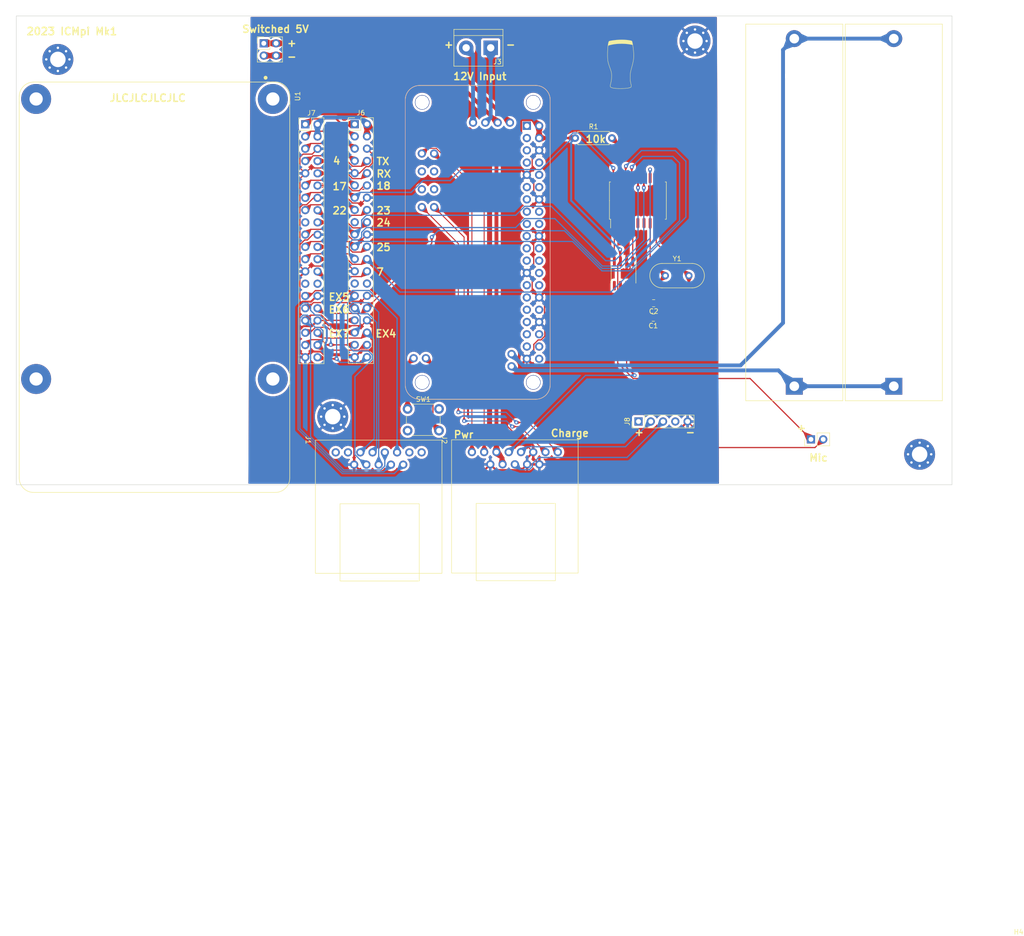
<source format=kicad_pcb>
(kicad_pcb (version 20221018) (generator pcbnew)
  (layers (0 "F.Cu" signal) (31 "B.Cu" signal) (34 "B.Paste" user) (35 "F.Paste" user) (36 "B.SilkS" user "B.Silkscreen") (37 "F.SilkS" user "F.Silkscreen") (38 "B.Mask" user) (39 "F.Mask" user) (44 "Edge.Cuts" user))
  (net 0 "")
  (net 1 "AMFM_button")
  (net 2 "SCAN_button")
  (net 3 "CD_button")
  (net 4 "Scrn_Brightness")
  (net 5 "Expansion_7")
  (net 6 "Expansion_6")
  (net 7 "Expansion_5")
  (net 8 "Expansion_4")
  (net 13 "GND")
  (net 14 "LSCAN")
  (net 15 "VCC")
  (net 16 "Net-(U2-TXD)")
  (net 17 "Net-(U2-RXD)")
  (net 24 "Net-(U3-OSC2)")
  (net 25 "Net-(U3-OSC1)")
  (net 29 "CAN_INT")
  (net 30 "SPI0_SCLK")
  (net 31 "SPI0_MISO")
  (net 32 "SPI0_CE0")
  (net 33 "Net-(U3-~{RESET})")
  (net 34 "MCP_PWR")
  (net 35 "SDA1")
  (net 36 "SCL1")
  (net 37 "TX0")
  (net 38 "SPI0_MOSI")
  (net 39 "+3.3V")
  (net 40 "RX0")
  (net 41 "GPIO22")
  (net 43 "GPIO24")
  (net 44 "GPIO25")
  (net 45 "GPIO7")
  (net 48 "Net-(U1-SHIELD-PadS1)")
  (net 49 "GPIO4")
  (net 50 "Net-(BT1-+)")
  (net 51 "Net-(BT1--)")
  (net 52 "Net-(J5-Pin_1)")
  (net 53 "Net-(J5-Pin_3)")
  (net 57 "GPIO17")
  (net 58 "ChargeLED-")
  (net 59 "ChargeLED+")
  (net 60 "PwrLED-")
  (net 61 "PwrLED+")
  (net 62 "Net-(U4-BTN-)")
  (net 63 "Net-(U4-BTN+)")
  (net 64 "Net-(J3-Pin_1)")
  (net 65 "Net-(J3-Pin_2)")
  (net 66 "GPIO23")
  (net 67 "Net-(J8-D-)")
  (net 68 "Net-(J8-D+)")
  (net 71 "GPIO18")
  (footprint "MountingHole:MountingHole_3.2mm_M3_Pad_Via" (layer "F.Cu") (at 96.2 149.5)
    (fp_text reference "H4")
    (fp_text value "MountingHole_Pad")
  )
  (footprint "MountingHole:MountingHole_3.2mm_M3_Pad_Via" (layer "F.Cu") (at 171.2 71.7)
    (fp_text reference "H2" hide)
    (fp_text value "MountingHole_Pad")
  )
  (footprint "CPlib:rj45breakout" (layer "F.Cu") (at 90.61 154.36 -90)
    (fp_text reference "J1")
    (fp_text value "8P8C_LED_Shielded")
  )
  (footprint "MountingHole:MountingHole_3.2mm_M3_Pad_Via" (layer "F.Cu") (at 39.297056 75.502944)
    (fp_text reference "H1" hide)
    (fp_text value "MountingHole_Pad")
  )
  (footprint "CPlib:LiFoPower" (layer "F.Cu") (at 108.185 106.53 -90)
    (fp_text reference "U4" hide)
    (fp_text value "~")
  )
  (footprint "Connector_PinHeader_2.54mm:PinHeader_2x20_P2.54mm_Vertical" (layer "F.Cu") (at 100.75 88.91)
    (fp_text reference "J6")
    (fp_text value "Conn_02x20_Odd_Even")
  )
  (footprint "Crystal:Crystal_HC49-U_Vertical" (layer "F.Cu") (at 165.05 120.3)
    (fp_text reference "Y1")
    (fp_text value "8Mhz")
  )
  (footprint "MountingHole:MountingHole_3.2mm_M3_Pad_Via" (layer "F.Cu") (at 217.7 157.3)
    (fp_text reference "H3" hide)
    (fp_text value "MountingHole_Pad")
  )
  (footprint "Battery:BatteryHolder_MPD_BH-18650-PC2" (layer "F.Cu") (at 212.35 143.2 90)
    (fp_text reference "BT1" hide)
    (fp_text value "Battery_Cell")
  )
  (footprint "Connector_PinHeader_2.54mm:PinHeader_2x02_P2.54mm_Vertical" (layer "F.Cu") (at 81.925 72.175)
    (fp_text reference "J5" hide)
    (fp_text value "Conn_02x02_Counter_Clockwise" hide)
  )
  (footprint "CPlib:rj45breakout" (layer "F.Cu") (at 118.8 154.3 -90)
    (fp_text reference "J2")
    (fp_text value "8P8C_LED_Shielded")
  )
  (footprint "Capacitor_SMD:C_0805_2012Metric_Pad1.18x1.45mm_HandSolder" (layer "F.Cu") (at 162.6375 126 180)
    (fp_text reference "C2")
    (fp_text value "22p")
  )
  (footprint "Capacitor_SMD:C_0805_2012Metric_Pad1.18x1.45mm_HandSolder" (layer "F.Cu") (at 162.5625 129 180)
    (fp_text reference "C1")
    (fp_text value "22p")
  )
  (footprint "Resistor_THT:R_Axial_DIN0207_L6.3mm_D2.5mm_P7.62mm_Horizontal" (layer "F.Cu") (at 146.38 91.8)
    (fp_text reference "R1")
    (fp_text value "10k")
  )
  (footprint "Package_SO:SOIC-8_3.9x4.9mm_P1.27mm" (layer "F.Cu") (at 156.4 119.9 -90)
    (fp_text reference "U2" hide)
    (fp_text value "TJA1051T")
  )
  (footprint "Connector_PinHeader_2.54mm:PinHeader_1x05_P2.54mm_Vertical" (layer "F.Cu") (at 159.5 150.5 90)
    (fp_text reference "J8")
    (fp_text value "USB_B_Mini")
  )
  (footprint "Connector_PinHeader_2.54mm:PinHeader_2x20_P2.54mm_Vertical" (layer "F.Cu") (at 90.51 88.94)
    (fp_text reference "J7")
    (fp_text value "Conn_02x20_Odd_Even")
  )
  (footprint "CPlib:MODULE_RASPBERRY_PI_4B_4GB_NOPIN" (layer "F.Cu") (at 59.3 122.7 -90)
    (fp_text reference "U1")
    (fp_text value "RASPBERRY_PI_4B_4GB")
  )
  (footprint "Package_SO:SOIC-18W_7.5x11.6mm_P1.27mm" (layer "F.Cu") (at 159.37 104.75 90)
    (fp_text reference "U3" hide)
    (fp_text value "MCP2515-xSO")
  )
  (footprint "CPlib:CPlogo2(50)" (layer "F.Cu") (at 155.591829 75.643851)
    (fp_text reference "H5" hide)
    (fp_text value "MountingHole" hide)
  )
  (footprint "Button_Switch_THT:SW_PUSH_6mm" (layer "F.Cu") (at 111.7 147.9)
    (fp_text reference "SW1")
    (fp_text value "SW_Push")
  )
  (footprint "Battery:BatteryHolder_MPD_BH-18650-PC2" (layer "F.Cu") (at 191.75 143.2 90)
    (fp_text reference "BT2" hide)
    (fp_text value "Battery_Cell")
  )
  (footprint "Connector_PinHeader_2.54mm:PinHeader_1x02_P2.54mm_Vertical" (layer "F.Cu") (at 195.2 154.2 90)
    (fp_text reference "J4" hide)
    (fp_text value "Conn_01x02")
  )
  (footprint "TerminalBlock:TerminalBlock_bornier-2_P5.08mm" (layer "F.Cu") (at 128.9 73.1 180)
    (fp_text reference "J3")
    (fp_text value "Screw_Terminal_01x02")
  )
  (gr_rect (start 30.7 66.5) (end 224.4 163.6) (stroke (width 0.1)) (fill none) (layer "Edge.Cuts"))
  (gr_text "EX5" (at 95.2 125.6) (layer "F.SilkS") (effects (font (size 1.5 1.5) (thickness 0.3) bold) (justify left bottom)))
  (gr_text "24" (at 105.1 110.2) (layer "F.SilkS") (effects (font (size 1.5 1.5) (thickness 0.3) bold) (justify left bottom)))
  (gr_text "12V Input" (at 121 79.9) (layer "F.SilkS") (effects (font (size 1.5 1.5) (thickness 0.3) bold) (justify left bottom)))
  (gr_text "JLCJLCJLCJLC" (at 57.9 83.5) (layer "F.SilkS") (effects (font (size 1.524 1.524) (thickness 0.3048))))
  (gr_text "22" (at 96 107.7) (layer "F.SilkS") (effects (font (size 1.5 1.5) (thickness 0.3) bold) (justify left bottom)))
  (gr_text "25" (at 105.1 115.3) (layer "F.SilkS") (effects (font (size 1.5 1.5) (thickness 0.3) bold) (justify left bottom)))
  (gr_text "TX" (at 105.1 97.5) (layer "F.SilkS") (effects (font (size 1.5 1.5) (thickness 0.3) bold) (justify left bottom)))
  (gr_text "-" (at 131.9 73.3) (layer "F.SilkS") (effects (font (size 1.5 1.5) (thickness 0.3) bold) (justify left bottom)))
  (gr_text "Pwr" (at 121.1 154.1) (layer "F.SilkS") (effects (font (size 1.5 1.5) (thickness 0.3) bold) (justify left bottom)))
  (gr_text "EX7" (at 95.2 133.2) (layer "F.SilkS") (effects (font (size 1.5 1.5) (thickness 0.3) bold) (justify left bottom)))
  (gr_text "-" (at 169.1 153.6) (layer "F.SilkS") (effects (font (size 1.5 1.5) (thickness 0.3) bold) (justify left bottom)))
  (gr_text "Charge" (at 141.2 153.8) (layer "F.SilkS") (effects (font (size 1.5 1.5) (thickness 0.3) bold) (justify left bottom)))
  (gr_text "4" (at 96.1 97.4) (layer "F.SilkS") (effects (font (size 1.5 1.5) (thickness 0.3) bold) (justify left bottom)))
  (gr_text "7" (at 105.1 120.4) (layer "F.SilkS") (effects (font (size 1.5 1.5) (thickness 0.3) bold) (justify left bottom)))
  (gr_text "Mic" (at 194.7 158.9) (layer "F.SilkS") (effects (font (size 1.5 1.5) (thickness 0.3) bold) (justify left bottom)))
  (gr_text "EX4" (at 104.9 133.2) (layer "F.SilkS") (effects (font (size 1.5 1.5) (thickness 0.3) bold) (justify left bottom)))
  (gr_text "23" (at 105.1 107.7) (layer "F.SilkS") (effects (font (size 1.5 1.5) (thickness 0.3) bold) (justify left bottom)))
  (gr_text "2023 ICMpi Mk1" (at 42.2 69.7) (layer "F.SilkS") (effects (font (size 1.524 1.524) (thickness 0.3048))))
  (gr_text "+" (at 192.1 152.7) (layer "F.SilkS") (effects (font (size 1.5 1.5) (thickness 0.3) bold) (justify left bottom)))
  (gr_text "RX" (at 105.1 100.1) (layer "F.SilkS") (effects (font (size 1.5 1.5) (thickness 0.3) bold) (justify left bottom)))
  (gr_text "+" (at 119.1 73.3) (layer "F.SilkS") (effects (font (size 1.5 1.5) (thickness 0.3) bold) (justify left bottom)))
  (gr_text "18" (at 105.1 102.6) (layer "F.SilkS") (effects (font (size 1.5 1.5) (thickness 0.3) bold) (justify left bottom)))
  (gr_text "+" (at 158.5 153.6) (layer "F.SilkS") (effects (font (size 1.5 1.5) (thickness 0.3) bold) (justify left bottom)))
  (gr_text "10k" (at 148.4 92.9) (layer "F.SilkS") (effects (font (size 1.5 1.5) (thickness 0.3) bold) (justify left bottom)))
  (gr_text "17" (at 96 102.7) (layer "F.SilkS") (effects (font (size 1.5 1.5) (thickness 0.3) bold) (justify left bottom)))
  (gr_text "EX6" (at 95.2 128.2) (layer "F.SilkS") (effects (font (size 1.5 1.5) (thickness 0.3) bold) (justify left bottom)))
  (gr_text "Switched 5V" (at 77.3 70.1) (layer "F.SilkS") (effects (font (size 1.5 1.5) (thickness 0.3) bold) (justify left bottom)))
  (gr_text "-" (at 86.6 75.8) (layer "F.SilkS") (effects (font (size 1.5 1.5) (thickness 0.3) bold) (justify left bottom)))
  (gr_text "+" (at 86.6 73) (layer "F.SilkS") (effects (font (size 1.5 1.5) (thickness 0.3) bold) (justify left bottom)))
  (segment (start 91.612 133.558) (end 93.858 133.558) (width 0.25) (layer "F.Cu") (net 1))
  (segment (start 95.8 134.63) (end 100.75 134.63) (width 0.25) (layer "F.Cu") (net 1))
  (segment (start 93.858 133.558) (end 94.93 134.63) (width 0.25) (layer "F.Cu") (net 1))
  (segment (start 94.93 134.63) (end 95.8 134.63) (width 0.25) (layer "F.Cu") (net 1))
  (segment (start 90.51 134.66) (end 91.612 133.558) (width 0.25) (layer "F.Cu") (net 1))
  (via (at 95.8 134.63) (size 0.8) (drill 0.4) (layers "F.Cu" "B.Cu") (net 1))
  (segment (start 95.8 130.771536) (end 95.8 134.63) (width 0.25) (layer "B.Cu") (net 1))
  (segment (start 91.612 127.496464) (end 92.593536 128.478) (width 0.25) (layer "B.Cu") (net 1))
  (segment (start 90.966464 125.938) (end 91.612 126.583536) (width 0.25) (layer "B.Cu") (net 1))
  (segment (start 89.031 152.132412) (end 89.031 126.960536) (width 0.25) (layer "B.Cu") (net 1))
  (segment (start 98.19359 161.295002) (end 89.031 152.132412) (width 0.25) (layer "B.Cu") (net 1))
  (segment (start 89.031 126.960536) (end 90.053536 125.938) (width 0.25) (layer "B.Cu") (net 1))
  (segment (start 90.053536 125.938) (end 90.966464 125.938) (width 0.25) (layer "B.Cu") (net 1))
  (segment (start 91.612 126.583536) (end 91.612 127.496464) (width 0.25) (layer "B.Cu") (net 1))
  (segment (start 92.593536 128.478) (end 93.506464 128.478) (width 0.25) (layer "B.Cu") (net 1))
  (segment (start 108.934998 161.295002) (end 98.19359 161.295002) (width 0.25) (layer "B.Cu") (net 1))
  (segment (start 93.506464 128.478) (end 95.8 130.771536) (width 0.25) (layer "B.Cu") (net 1))
  (segment (start 110.79 159.44) (end 108.934998 161.295002) (width 0.25) (layer "B.Cu") (net 1))
  (segment (start 93.362433 137.512433) (end 97 137.512433) (width 0.25) (layer "F.Cu") (net 2))
  (segment (start 93.05 137.2) (end 93.362433 137.512433) (width 0.25) (layer "F.Cu") (net 2))
  (via (at 97 137.512433) (size 0.8) (drill 0.4) (layers "F.Cu" "B.Cu") (net 2))
  (segment (start 97.759567 138.272) (end 97 137.512433) (width 0.25) (layer "B.Cu") (net 2))
  (segment (start 109.52 129.141536) (end 103.746464 123.368) (width 0.25) (layer "B.Cu") (net 2))
  (segment (start 103.29 137.17) (end 102.188 138.272) (width 0.25) (layer "B.Cu") (net 2))
  (segment (start 97 126.661536) (end 97 137.512433) (width 0.25) (layer "B.Cu") (net 2))
  (segment (start 103.746464 123.368) (end 100.293536 123.368) (width 0.25) (layer "B.Cu") (net 2))
  (segment (start 102.188 138.272) (end 97.759567 138.272) (width 0.25) (layer "B.Cu") (net 2))
  (segment (start 100.293536 123.368) (end 97 126.661536) (width 0.25) (layer "B.Cu") (net 2))
  (segment (start 109.52 156.9) (end 109.52 129.141536) (width 0.25) (layer "B.Cu") (net 2))
  (segment (start 101.549482 135.732) (end 102.651482 134.63) (width 0.25) (layer "F.Cu") (net 3))
  (segment (start 102.651482 134.63) (end 103.29 134.63) (width 0.25) (layer "F.Cu") (net 3))
  (segment (start 93.05 134.66) (end 94.122 135.732) (width 0.25) (layer "F.Cu") (net 3))
  (segment (start 94.122 135.732) (end 101.549482 135.732) (width 0.25) (layer "F.Cu") (net 3))
  (segment (start 91.612 130.036464) (end 92.593536 131.018) (width 0.25) (layer "B.Cu") (net 3))
  (segment (start 89.408 151.97696) (end 89.408 129.123536) (width 0.25) (layer "B.Cu") (net 3))
  (segment (start 90.053536 128.478) (end 90.966464 128.478) (width 0.25) (layer "B.Cu") (net 3))
  (segment (start 108.25 159.44) (end 106.771499 160.918501) (width 0.25) (layer "B.Cu") (net 3))
  (segment (start 98.349541 160.918501) (end 89.408 151.97696) (width 0.25) (layer "B.Cu") (net 3))
  (segment (start 94.152 133.558) (end 93.05 134.66) (width 0.25) (layer "B.Cu") (net 3))
  (segment (start 91.612 129.123536) (end 91.612 130.036464) (width 0.25) (layer "B.Cu") (net 3))
  (segment (start 106.771499 160.918501) (end 98.349541 160.918501) (width 0.25) (layer "B.Cu") (net 3))
  (segment (start 90.966464 128.478) (end 91.612 129.123536) (width 0.25) (layer "B.Cu") (net 3))
  (segment (start 89.408 129.123536) (end 90.053536 128.478) (width 0.25) (layer "B.Cu") (net 3))
  (segment (start 93.506464 131.018) (end 94.152 131.663536) (width 0.25) (layer "B.Cu") (net 3))
  (segment (start 92.593536 131.018) (end 93.506464 131.018) (width 0.25) (layer "B.Cu") (net 3))
  (segment (start 94.152 131.663536) (end 94.152 133.558) (width 0.25) (layer "B.Cu") (net 3))
  (segment (start 91.612 128.478) (end 93.878 128.478) (width 0.25) (layer "F.Cu") (net 4))
  (segment (start 93.878 128.478) (end 94.95 129.55) (width 0.25) (layer "F.Cu") (net 4))
  (segment (start 94.95 129.55) (end 100.75 129.55) (width 0.25) (layer "F.Cu") (net 4))
  (segment (start 90.51 129.58) (end 91.612 128.478) (width 0.25) (layer "F.Cu") (net 4))
  (segment (start 91.612 153.648508) (end 91.612 130.682) (width 0.25) (layer "B.Cu") (net 4))
  (segment (start 98.505492 160.542) (end 91.612 153.648508) (width 0.25) (layer "B.Cu") (net 4))
  (segment (start 106.98 156.9) (end 106.98 159.728464) (width 0.25) (layer "B.Cu") (net 4))
  (segment (start 91.612 130.682) (end 90.51 129.58) (width 0.25) (layer "B.Cu") (net 4))
  (segment (start 106.98 159.728464) (end 106.166464 160.542) (width 0.25) (layer "B.Cu") (net 4))
  (segment (start 106.166464 160.542) (end 98.505492 160.542) (width 0.25) (layer "B.Cu") (net 4))
  (segment (start 91.491536 132.12) (end 92.611536 131) (width 0.25) (layer "F.Cu") (net 5))
  (segment (start 96.19 132.09) (end 100.75 132.09) (width 0.25) (layer "F.Cu") (net 5))
  (segment (start 95.1 131) (end 96.19 132.09) (width 0.25) (layer "F.Cu") (net 5))
  (segment (start 92.611536 131) (end 95.1 131) (width 0.25) (layer "F.Cu") (net 5))
  (segment (start 90.51 132.12) (end 91.491536 132.12) (width 0.25) (layer "F.Cu") (net 5))
  (segment (start 101.852 128.757536) (end 101.852 130.988) (width 0.25) (layer "B.Cu") (net 5))
  (segment (start 99.648 127.466464) (end 100.293536 128.112) (width 0.25) (layer "B.Cu") (net 5))
  (segment (start 101.852 130.988) (end 100.75 132.09) (width 0.25) (layer "B.Cu") (net 5))
  (segment (start 101.206464 128.112) (end 101.852 128.757536) (width 0.25) (layer "B.Cu") (net 5))
  (segment (start 105.71 127.871536) (end 103.746464 125.908) (width 0.25) (layer "B.Cu") (net 5))
  (segment (start 103.746464 125.908) (end 100.293536 125.908) (width 0.25) (layer "B.Cu") (net 5))
  (segment (start 100.293536 125.908) (end 99.648 126.553536) (width 0.25) (layer "B.Cu") (net 5))
  (segment (start 100.293536 128.112) (end 101.206464 128.112) (width 0.25) (layer "B.Cu") (net 5))
  (segment (start 99.648 126.553536) (end 99.648 127.466464) (width 0.25) (layer "B.Cu") (net 5))
  (segment (start 105.71 159.44) (end 105.71 127.871536) (width 0.25) (layer "B.Cu") (net 5))
  (segment (start 92.205952 125.876501) (end 99.616501 125.876501) (width 0.25) (layer "F.Cu") (net 6))
  (segment (start 99.616501 125.876501) (end 100.75 127.01) (width 0.25) (layer "F.Cu") (net 6))
  (segment (start 91.042453 127.04) (end 92.205952 125.876501) (width 0.25) (layer "F.Cu") (net 6))
  (segment (start 90.51 127.04) (end 91.042453 127.04) (width 0.25) (layer "F.Cu") (net 6))
  (segment (start 101.94 128.2) (end 100.75 127.01) (width 0.25) (layer "B.Cu") (net 6))
  (segment (start 104.44 156.9) (end 105.29 156.05) (width 0.25) (layer "B.Cu") (net 6))
  (segment (start 105.29 129.991536) (end 103.498464 128.2) (width 0.25) (layer "B.Cu") (net 6))
  (segment (start 105.29 156.05) (end 105.29 129.991536) (width 0.25) (layer "B.Cu") (net 6))
  (segment (start 103.498464 128.2) (end 101.94 128.2) (width 0.25) (layer "B.Cu") (net 6))
  (segment (start 90.51 124.5) (end 91.491536 124.5) (width 0.25) (layer "F.Cu") (net 7))
  (segment (start 99.678 123.398) (end 100.75 124.47) (width 0.25) (layer "F.Cu") (net 7))
  (segment (start 91.491536 124.5) (end 92.593536 123.398) (width 0.25) (layer "F.Cu") (net 7))
  (segment (start 92.593536 123.398) (end 99.678 123.398) (width 0.25) (layer "F.Cu") (net 7))
  (segment (start 100.798 141.220464) (end 104.392 137.626464) (width 0.25) (layer "B.Cu") (net 7))
  (segment (start 100.461536 135.9) (end 99.271499 134.709963) (width 0.25) (layer "B.Cu") (net 7))
  (segment (start 103.17 159.44) (end 102.881536 159.44) (width 0.25) (layer "B.Cu") (net 7))
  (segment (start 104.392 136.713536) (end 103.578464 135.9) (width 0.25) (layer "B.Cu") (net 7))
  (segment (start 99.271499 134.709963) (end 99.271499 125.948501) (width 0.25) (layer "B.Cu") (net 7))
  (segment (start 103.578464 135.9) (end 100.461536 135.9) (width 0.25) (layer "B.Cu") (net 7))
  (segment (start 102.881536 159.44) (end 100.798 157.356464) (width 0.25) (layer "B.Cu") (net 7))
  (segment (start 99.271499 125.948501) (end 100.75 124.47) (width 0.25) (layer "B.Cu") (net 7))
  (segment (start 104.392 137.626464) (end 104.392 136.713536) (width 0.25) (layer "B.Cu") (net 7))
  (segment (start 100.798 157.356464) (end 100.798 141.220464) (width 0.25) (layer "B.Cu") (net 7))
  (segment (start 102.158 133.222) (end 103.29 132.09) (width 0.25) (layer "F.Cu") (net 8))
  (segment (start 94.152 133.222) (end 102.158 133.222) (width 0.25) (layer "F.Cu") (net 8))
  (segment (start 93.05 132.12) (end 94.152 133.222) (width 0.25) (layer "F.Cu") (net 8))
  (segment (start 104.768501 133.568501) (end 103.29 132.09) (width 0.25) (layer "B.Cu") (net 8))
  (segment (start 104.768501 154.031499) (end 104.768501 133.568501) (width 0.25) (layer "B.Cu") (net 8))
  (segment (start 101.9 156.9) (end 104.768501 154.031499) (width 0.25) (layer "B.Cu") (net 8))
  (segment (start 102.188 105.252) (end 103.29 104.15) (width 0.25) (layer "F.Cu") (net 13))
  (segment (start 132.3 151.43) (end 137.71 156.84) (width 0.25) (layer "F.Cu") (net 13))
  (segment (start 100.293536 105.252) (end 102.188 105.252) (width 0.25) (layer "F.Cu") (net 13))
  (segment (start 137.827 134.521536) (end 138.748536 133.6) (width 0.25) (layer "F.Cu") (net 13))
  (segment (start 136.44 159.38) (end 138.98 159.38) (width 0.4) (layer "F.Cu") (net 13))
  (segment (start 137.827 136.08) (end 137.827 134.521536) (width 0.25) (layer "F.Cu") (net 13))
  (segment (start 89.982 105.618) (end 89.408 106.192) (width 0.25) (layer "F.Cu") (net 13))
  (segment (start 158.305 122.375) (end 157.753 121.823) (width 0.25) (layer "F.Cu") (net 13))
  (segment (start 99.221536 111.8) (end 100.321536 112.9) (width 0.25) (layer "F.Cu") (net 13))
  (segment (start 90.51 119.42) (end 91.612 118.318) (width 0.25) (layer "F.Cu") (net 13))
  (segment (start 136.44 158.11) (end 137.71 156.84) (width 0.4) (layer "F.Cu") (net 13))
  (segment (start 100.75 137.17) (end 100.63 137.29) (width 0.4) (layer "F.Cu") (net 13))
  (segment (start 90.125 130.757) (end 91.873 130.757) (width 0.4) (layer "F.Cu") (net 13))
  (segment (start 138.905 112.1) (end 141.7 109.305) (width 0.25) (layer "F.Cu") (net 13))
  (segment (start 155.008 108.524486) (end 155.008 112.308) (width 0.25) (layer "F.Cu") (net 13))
  (segment (start 103.77753 135.807) (end 104.467 135.11753) (width 0.4) (layer "F.Cu") (net 13))
  (segment (start 100.75 137.17) (end 102.113 135.807) (width 0.4) (layer "F.Cu") (net 13))
  (segment (start 135.263 160.557) (end 136.44 159.38) (width 0.4) (layer "F.Cu") (net 13))
  (segment (start 160.78 159.38) (end 169.66 150.5) (width 0.4) (layer "F.Cu") (net 13))
  (segment (start 93.05 104.18) (end 99.221536 104.18) (width 0.25) (layer "F.Cu") (net 13))
  (segment (start 91.948 95.122) (end 93.05 94.02) (width 0.25) (layer "F.Cu") (net 13))
  (segment (start 158.305 122.375) (end 161.6 125.67) (width 0.25) (layer "F.Cu") (net 13))
  (segment (start 142.877 108.123) (end 154.606514 108.123) (width 0.25) (layer "F.Cu") (net 13))
  (segment (start 137.71 156.84) (end 137.71 158.11) (width 0.4) (layer "F.Cu") (net 13))
  (segment (start 90.51 99.1) (end 89.408 97.998) (width 0.25) (layer "F.Cu") (net 13))
  (segment (start 90.51 137.2) (end 91.687 136.023) (width 0.4) (layer "F.Cu") (net 13))
  (segment (start 89.408 97.998) (end 89.408 95.767536) (width 0.25) (layer "F.Cu") (net 13))
  (segment (start 93.05 111.8) (end 99.221536 111.8) (width 0.25) (layer "F.Cu") (net 13))
  (segment (start 137.827 100.856) (end 136.389 99.418) (width 0.25) (layer "F.Cu") (net 13))
  (segment (start 93.05 129.58) (end 94.252081 129.58) (width 0.25) (layer "F.Cu") (net 13))
  (segment (start 91.612 118.318) (end 99.678 118.318) (width 0.25) (layer "F.Cu") (net 13))
  (segment (start 126.5 161.7) (end 128.82 159.38) (width 0.4) (layer "F.Cu") (net 13))
  (segment (start 137.491 120.84) (end 136.389 119.738) (width 0.25) (layer "F.Cu") (net 13))
  (segment (start 93.05 124.5) (end 98.772453 124.5) (width 0.25) (layer "F.Cu") (net 13))
  (segment (start 104.392 95.092) (end 103.29 93.99) (width 0.25) (layer "F.Cu") (net 13))
  (segment (start 89.408 113.883536) (end 90.389536 112.902) (width 0.25) (layer "F.Cu") (net 13))
  (segment (start 89.333 126.36647) (end 90.02247 125.677) (width 0.4) (layer "F.Cu") (net 13))
  (segment (start 89.333 131.549) (end 89.333 126.36647) (width 0.4) (layer "F.Cu") (net 13))
  (segment (start 141.7 109.305) (end 141.7 109.3) (width 0.25) (layer "F.Cu") (net 13))
  (segment (start 89.408 118.318) (end 89.408 113.883536) (width 0.25) (layer "F.Cu") (net 13))
  (segment (start 102.188 130.652) (end 103.29 129.55) (width 0.25) (layer "F.Cu") (net 13))
  (segment (start 103.7 97.7) (end 104.392 97.008) (width 0.25) (layer "F.Cu") (net 13))
  (segment (start 99.221536 104.18) (end 100.293536 105.252) (width 0.25) (layer "F.Cu") (net 13))
  (segment (start 90.51 119.42) (end 89.408 118.318) (width 0.25) (layer "F.Cu") (net 13))
  (segment (start 92.22 104.18) (end 90.782 105.618) (width 0.25) (layer "F.Cu") (net 13))
  (segment (start 140.1 132.825464) (end 140.1 131.069) (width 0.25) (layer "F.Cu") (net 13))
  (segment (start 138.929 124.818) (end 137.491 123.38) (width 0.25) (layer "F.Cu") (net 13))
  (segment (start 157.035 114.335) (end 157.035 117.425) (width 0.25) (layer "F.Cu") (net 13))
  (segment (start 154.606514 108.123) (end 155.008 108.524486) (width 0.25) (layer "F.Cu") (net 13))
  (segment (start 99.678 97.998) (end 100.75 99.07) (width 0.25) (layer "F.Cu") (net 13))
  (segment (start 92.9 124.5) (end 93.05 124.5) (width 0.4) (layer "F.Cu") (net 13))
  (segment (start 91.687 136.023) (end 93.723 136.023) (width 0.4) (layer "F.Cu") (net 13))
  (segment (start 196.038 155.902) (end 175.062 155.902) (width 0.25) (layer "F.Cu") (net 13))
  (segment (start 104.392 97.008) (end 104.392 95.092) (width 0.25) (layer "F.Cu") (net 13))
  (segment (start 161.6 126) (end 161.6 128.925) (width 0.25) (layer "F.Cu") (net 13))
  (segment (start 93.723 136.023) (end 94.485933 136.785933) (width 0.4) (layer "F.Cu") (net 13))
  (segment (start 137.491 98.316) (end 136.389 99.418) (width 0.25) (layer "F.Cu") (net 13))
  (segment (start 94.252081 129.58) (end 95.324081 130.652) (width 0.25) (layer "F.Cu") (net 13))
  (segment (start 139.325464 133.6) (end 140.1 132.825464) (width 0.25) (layer "F.Cu") (net 13))
  (segment (start 129.997 160.557) (end 135.263 160.557) (width 0.4) (layer "F.Cu") (net 13))
  (segment (start 104.467 130.727) (end 103.29 129.55) (width 0.4) (layer "F.Cu") (net 13))
  (segment (start 89.408 100.202) (end 89.408 106.192) (width 0.25) (layer "F.Cu") (net 13))
  (segment (start 137.491 123.38) (end 137.491 120.84) (width 0.25) (layer "F.Cu") (net 13))
  (segment (start 91.612 97.998) (end 99.678 97.998) (width 0.25) (layer "F.Cu") (net 13))
  (segment (start 90.51 99.1) (end 91.612 97.998) (width 0.25) (layer "F.Cu") (net 13))
  (segment (start 137.803 113.202) (end 138.905 112.1) (width 0.25) (layer "F.Cu") (net 13))
  (segment (start 100.63 159.44) (end 102.89 161.7) (width 0.4) (layer "F.Cu") (net 13))
  (segment (start 90.389536 112.902) (end 90.966464 112.902) (width 0.25) (layer "F.Cu") (net 13))
  (segment (start 91.873 130.757) (end 93.05 129.58) (width 0.4) (layer "F.Cu") (net 13))
  (segment (start 136.389 137.518) (end 136.389 139.111) (width 0.25) (layer "F.Cu") (net 13))
  (segment (start 138.748536 133.6) (end 139.325464 133.6) (width 0.25) (layer "F.Cu") (net 13))
  (segment (start 89.333 136.023) (end 89.333 131.549) (width 0.4) (layer "F.Cu") (net 13))
  (segment (start 104.467 135.11753) (end 104.467 130.727) (width 0.4) (layer "F.Cu") (net 13))
  (segment (start 89.408 95.767536) (end 90.053536 95.122) (width 0.25) (layer "F.Cu") (net 13))
  (segment (start 89.333 131.549) (end 90.125 130.757) (width 0.4) (layer "F.Cu") (net 13))
  (segment (start 90.51 137.2) (end 89.333 136.023) (width 0.4) (layer "F.Cu") (net 13))
  (segment (start 141.7 109.3) (end 142.877 108.123) (width 0.25) (layer "F.Cu") (net 13))
  (segment (start 138.929 94.338) (end 137.491 95.776) (width 0.25) (layer "F.Cu") (net 13))
  (segment (start 137.827 103.396) (end 137.827 100.856) (width 0.25) (layer "F.Cu") (net 13))
  (segment (start 136.389 119.738) (end 137.803 118.324) (width 0.25) (layer "F.Cu") (net 13))
  (segment (start 136.44 159.38) (end 136.44 158.11) (width 0.4) (layer "F.Cu") (net 13))
  (segment (start 93.05 104.18) (end 92.22 104.18) (width 0.25) (layer "F.Cu") (net 13))
  (segment (start 157.753 121.823) (end 157.753 118.143) (width 0.25) (layer "F.Cu") (net 13))
  (segment (start 100.75 99.07) (end 101.731536 99.07) (width 0.25) (layer "F.Cu") (net 13))
  (segment (start 102.158 125.602) (end 103.29 124.47) (width 0.25) (layer "F.Cu") (net 13))
  (segment (start 136.389 139.111) (end 132.3 143.2) (width 0.25) (layer "F.Cu") (net 13))
  (segment (start 157.753 118.143) (end 157.035 117.425) (width 0.25) (layer "F.Cu") (net 13))
  (segment (start 92.068464 111.8) (end 93.05 111.8) (width 0.25) (layer "F.Cu") (net 13))
  (segment (start 140.031 128.796) (end 140.031 125.92) (width 0.25) (layer "F.Cu") (net 13))
  (segment (start 175.062 155.902) (end 169.66 150.5) (width 0.25) (layer "F.Cu") (net 13))
  (segment (start 103.101536 97.7) (end 103.7 97.7) (width 0.25) (layer "F.Cu") (net 13))
  (segment (start 137.803 118.324) (end 137.803 113.202) (width 0.25) (layer "F.Cu") (net 13))
  (segment (start 99.678 118.318) (end 100.75 119.39) (width 0.25) (layer "F.Cu") (net 13))
  (segment (start 89.333 126.36647) (end 89.333 120.597) (width 0.4) (layer "F.Cu") (net 13))
  (segment (start 100.63 137.29) (end 100.63 159.44) (width 0.4) (layer "F.Cu") (net 13))
  (segment (start 132.3 143.2) (end 132.3 151.43) (width 0.25) (layer "F.Cu") (net 13))
  (segment (start 89.333 120.597) (end 90.51 119.42) (width 0.4) (layer "F.Cu") (net 13))
  (segment (start 140.1 131.069) (end 138.929 129.898) (width 0.25) (layer "F.Cu") (net 13))
  (segment (start 90.782 105.618) (end 89.982 105.618) (width 0.25) (layer "F.Cu") (net 13))
  (segment (start 161.6 125.67) (end 161.6 126) (width 0.25) (layer "F.Cu") (net 13))
  (segment (start 94.485933 136.785933) (end 100.365933 136.785933) (width 0.4) (layer "F.Cu") (net 13))
  (segment (start 90.02247 125.677) (end 91.723 125.677) (width 0.4) (layer "F.Cu") (net 13))
  (segment (start 136.389 137.518) (end 137.827 136.08) (width 0.25) (layer "F.Cu") (net 13))
  (segment (start 90.51 99.1) (end 89.408 100.202) (width 0.25) (layer "F.Cu") (net 13))
  (segment (start 100.365933 136.785933) (end 100.75 137.17) (width 0.4) (layer "F.Cu") (net 13))
  (segment (start 197.74 154.2) (end 196.038 155.902) (width 0.25) (layer "F.Cu") (net 13))
  (segment (start 128.82 159.38) (end 129.997 160.557) (width 0.4) (layer "F.Cu") (net 13))
  (segment (start 155.008 112.308) (end 157.035 114.335) (width 0.25) (layer "F.Cu") (net 13))
  (segment (start 137.71 158.11) (end 138.98 159.38) (width 0.4) (layer "F.Cu") (net 13))
  (segment (start 138.929 129.898) (end 140.031 128.796) (width 0.25) (layer "F.Cu") (net 13))
  (segment (start 99.874453 125.602) (end 102.158 125.602) (width 0.25) (layer "F.Cu") (net 13))
  (segment (start 161.6 128.925) (end 161.525 129) (width 0.25) (layer "F.Cu") (net 13))
  (segment (start 137.491 95.776) (end 137.491 98.316) (width 0.25) (layer "F.Cu") (net 13))
  (segment (start 98.772453 124.5) (end 99.874453 125.602) (width 0.25) (layer "F.Cu") (net 13))
  (segment (start 95.324081 130.652) (end 102.188 130.652) (width 0.25) (layer "F.Cu") (net 13))
  (segment (start 93.05 129.58) (end 91.948 130.682) (width 0.25) (layer "F.Cu") (net 13))
  (segment (start 102.89 161.7) (end 126.5 161.7) (width 0.4) (layer "F.Cu") (net 13))
  (segment (start 90.966464 112.902) (end 92.068464 111.8) (width 0.25) (layer "F.Cu") (net 13))
  (segment (start 141.7 109.3) (end 141.7 107.269) (width 0.25) (layer "F.Cu") (net 13))
  (segment (start 91.723 125.677) (end 92.9 124.5) (width 0.4) (layer "F.Cu") (net 13))
  (segment (start 138.929 104.498) (end 137.827 103.396) (width 0.25) (layer "F.Cu") (net 13))
  (segment (start 89.408 106.192) (end 89.408 113.883536) (width 0.25) (layer "F.Cu") (net 13))
  (segment (start 101.731536 99.07) (end 103.101536 97.7) (width 0.25) (layer "F.Cu") (net 13))
  (segment (start 102.113 135.807) (end 103.77753 135.807) (width 0.4) (layer "F.Cu") (net 13))
  (segment (start 138.98 159.38) (end 160.78 159.38) (width 0.4) (layer "F.Cu") (net 13))
  (segment (start 141.7 107.269) (end 138.929 104.498) (width 0.25) (layer "F.Cu") (net 13))
  (segment (start 140.031 125.92) (end 138.929 124.818) (width 0.25) (layer "F.Cu") (net 13))
  (segment (start 90.053536 95.122) (end 91.948 95.122) (width 0.25) (layer "F.Cu") (net 13))
  (segment (start 100.321536 112.9) (end 102.16 112.9) (width 0.25) (layer "F.Cu") (net 13))
  (segment (start 102.16 112.9) (end 103.29 111.77) (width 0.25) (layer "F.Cu") (net 13))
  (segment (start 157.035 122.375) (end 157.035 139.284) (width 0.25) (layer "F.Cu") (net 14))
  (segment (start 157.035 139.284) (end 158.7 140.949) (width 0.25) (layer "F.Cu") (net 14))
  (via (at 158.7 140.949) (size 0.8) (drill 0.4) (layers "F.Cu" "B.Cu") (net 14))
  (segment (start 132.63 156.84) (end 148.521 140.949) (width 0.25) (layer "B.Cu") (net 14))
  (segment (start 148.521 140.949) (end 158.7 140.949) (width 0.25) (layer "B.Cu") (net 14))
  (segment (start 182.6005 141.6005) (end 158.4005 141.6005) (width 0.25) (layer "F.Cu") (net 15))
  (segment (start 155.2 117.99) (end 155.765 117.425) (width 0.25) (layer "F.Cu") (net 15))
  (segment (start 155.7 114.9) (end 155.7 117.36) (width 0.4) (layer "F.Cu") (net 15))
  (segment (start 158.4005 141.6005) (end 155.2 138.4) (width 0.25) (layer "F.Cu") (net 15))
  (segment (start 137.552 87.881) (end 138.929 89.258) (width 0.8) (layer "F.Cu") (net 15))
  (segment (start 131.36 158.11) (end 130.09 156.84) (width 0.8) (layer "F.Cu") (net 15))
  (segment (start 135.012 90.635) (end 135.012 87.881) (width 0.8) (layer "F.Cu") (net 15))
  (segment (start 131.36 159.38) (end 131.36 158.11) (width 0.8) (layer "F.Cu") (net 15))
  (segment (start 138.929 89.258) (end 138.929 91.798) (width 0.8) (layer "F.Cu") (net 15))
  (segment (start 130.09 156.84) (end 130.09 95.557) (width 0.8) (layer "F.Cu") (net 15))
  (segment (start 155.7 117.36) (end 155.765 117.425) (width 0.4) (layer "F.Cu") (net 15))
  (segment (start 155.2 138.4) (end 155.2 117.99) (width 0.25) (layer "F.Cu") (net 15))
  (segment (start 104.357 89.977) (end 124.51 89.977) (width 0.8) (layer "F.Cu") (net 15))
  (segment (start 103.29 88.91) (end 104.357 89.977) (width 0.8) (layer "F.Cu") (net 15))
  (segment (start 124.51 89.977) (end 130.09 95.557) (width 0.8) (layer "F.Cu") (net 15))
  (segment (start 146.378 91.798) (end 146.38 91.8) (width 0.4) (layer "F.Cu") (net 15))
  (segment (start 103.29 91.45) (end 103.29 88.91) (width 0.8) (layer "F.Cu") (net 15))
  (segment (start 195.2 154.2) (end 182.6005 141.6005) (width 0.25) (layer "F.Cu") (net 15))
  (segment (start 135.012 87.881) (end 137.552 87.881) (width 0.8) (layer "F.Cu") (net 15))
  (segment (start 138.929 91.798) (end 146.378 91.798) (width 0.4) (layer "F.Cu") (net 15))
  (segment (start 130.09 95.557) (end 135.012 90.635) (width 0.8) (layer "F.Cu") (net 15))
  (via (at 155.7 114.9) (size 0.8) (drill 0.4) (layers "F.Cu" "B.Cu") (net 15))
  (segment (start 145.779501 92.422771) (end 145.553 92.649271) (width 0.4) (layer "B.Cu") (net 15))
  (segment (start 101.913 87.533) (end 103.29 88.91) (width 0.8) (layer "B.Cu") (net 15))
  (segment (start 145.553 92.649271) (end 145.553 104.753) (width 0.4) (layer "B.Cu") (net 15))
  (segment (start 146.38 91.8) (end 145.779501 92.400499) (width 0.4) (layer "B.Cu") (net 15))
  (segment (start 93.05 88.94) (end 94.457 87.533) (width 0.8) (layer "B.Cu") (net 15))
  (segment (start 145.779501 92.400499) (end 145.779501 92.422771) (width 0.4) (layer "B.Cu") (net 15))
  (segment (start 93.05 91.48) (end 93.05 88.94) (width 0.8) (layer "B.Cu") (net 15))
  (segment (start 94.457 87.533) (end 101.913 87.533) (width 0.8) (layer "B.Cu") (net 15))
  (segment (start 145.553 104.753) (end 155.7 114.9) (width 0.4) (layer "B.Cu") (net 15))
  (segment (start 155.56 109.723514) (end 155.56 109.4) (width 0.25) (layer "F.Cu") (net 16))
  (segment (start 158.305 112.468514) (end 155.56 109.723514) (width 0.25) (layer "F.Cu") (net 16))
  (segment (start 158.305 117.425) (end 158.305 112.468514) (width 0.25) (layer "F.Cu") (net 16))
  (segment (start 154.495 109.605) (end 154.29 109.4) (width 0.25) (layer "F.Cu") (net 17))
  (segment (start 154.495 117.425) (end 154.495 109.605) (width 0.25) (layer "F.Cu") (net 17))
  (segment (start 161.91 117.16) (end 161.91 109.4) (width 0.25) (layer "F.Cu") (net 24))
  (segment (start 163.675 121.675) (end 165.05 120.3) (width 0.25) (layer "F.Cu") (net 24))
  (segment (start 165.05 120.3) (end 161.91 117.16) (width 0.25) (layer "F.Cu") (net 24))
  (segment (start 163.675 126) (end 163.675 121.675) (width 0.25) (layer "F.Cu") (net 24))
  (segment (start 163.6 129) (end 169.93 122.67) (width 0.25) (layer "F.Cu") (net 25))
  (segment (start 163.18 113.55) (end 163.18 109.4) (width 0.25) (layer "F.Cu") (net 25))
  (segment (start 169.93 122.67) (end 169.93 120.3) (width 0.25) (layer "F.Cu") (net 25))
  (segment (start 169.93 120.3) (end 163.18 113.55) (width 0.25) (layer "F.Cu") (net 25))
  (segment (start 102.188 128.112) (end 103.29 127.01) (width 0.25) (layer "F.Cu") (net 29))
  (segment (start 94.122 128.112) (end 102.188 128.112) (width 0.25) (layer "F.Cu") (net 29))
  (segment (start 93.05 127.04) (end 94.122 128.112) (width 0.25) (layer "F.Cu") (net 29))
  (segment (start 103.29 127.01) (end 116.7 113.6) (width 0.25) (layer "F.Cu") (net 29))
  (segment (start 116.7 113.6) (end 116.7 112.3) (width 0.25) (layer "F.Cu") (net 29))
  (segment (start 161.9 100.09) (end 161.91 100.1) (width 0.25) (layer "F.Cu") (net 29))
  (segment (start 161.9 98.3) (end 161.9 100.09) (width 0.25) (layer "F.Cu") (net 29))
  (via (at 161.9 98.3) (size 0.8) (drill 0.4) (layers "F.Cu" "B.Cu") (net 29))
  (via (at 116.7 112.3) (size 0.8) (drill 0.4) (layers "F.Cu" "B.Cu") (net 29))
  (segment (start 161.9 112.52055) (end 161.9 98.3) (width 0.25) (layer "B.Cu") (net 29))
  (segment (start 116.7 112.3) (end 118.002 110.998) (width 0.25) (layer "B.Cu") (net 29))
  (segment (start 155.62055 118.8) (end 161.9 112.52055) (width 0.25) (layer "B.Cu") (net 29))
  (segment (start 144.165548 110.998) (end 151.967548 118.8) (width 0.25) (layer "B.Cu") (net 29))
  (segment (start 118.002 110.998) (end 144.165548 110.998) (width 0.25) (layer "B.Cu") (net 29))
  (segment (start 151.967548 118.8) (end 155.62055 118.8) (width 0.25) (layer "B.Cu") (net 29))
  (segment (start 160.6 102.1) (end 160.6 100.14) (width 0.25) (layer "F.Cu") (net 30))
  (segment (start 99.678 115.778) (end 100.75 116.85) (width 0.25) (layer "F.Cu") (net 30))
  (segment (start 91.612 115.778) (end 99.678 115.778) (width 0.25) (layer "F.Cu") (net 30))
  (segment (start 160.6 100.14) (end 160.64 100.1) (width 0.25) (layer "F.Cu") (net 30))
  (segment (start 90.51 116.88) (end 91.612 115.778) (width 0.25) (layer "F.Cu") (net 30))
  (via (at 160.6 102.1) (size 0.8) (drill 0.4) (layers "F.Cu" "B.Cu") (net 30))
  (segment (start 103.169536 110.332) (end 134.068 110.332) (width 0.25) (layer "B.Cu") (net 30))
  (segment (start 100.75 116.85) (end 99.648 115.748) (width 0.25) (layer "B.Cu") (net 30))
  (segment (start 99.648 115.748) (end 99.648 113.517536) (width 0.25) (layer "B.Cu") (net 30))
  (segment (start 99.648 113.517536) (end 100.293536 112.872) (width 0.25) (layer "B.Cu") (net 30))
  (segment (start 152 118.3) (end 155.3 118.3) (width 0.25) (layer "B.Cu") (net 30))
  (segment (start 142.176 108.476) (end 152 118.3) (width 0.25) (layer "B.Cu") (net 30))
  (segment (start 135.924 108.476) (end 142.176 108.476) (width 0.25) (layer "B.Cu") (net 30))
  (segment (start 155.3 118.3) (end 159.9 113.7) (width 0.25) (layer "B.Cu") (net 30))
  (segment (start 159.9 113.7) (end 160.6 113) (width 0.25) (layer "B.Cu") (net 30))
  (segment (start 134.068 110.332) (end 135.924 108.476) (width 0.25) (layer "B.Cu") (net 30))
  (segment (start 160.6 113) (end 160.6 102.1) (width 0.25) (layer "B.Cu") (net 30))
  (segment (start 101.628 112.872) (end 102.188 112.312) (width 0.25) (layer "B.Cu") (net 30))
  (segment (start 102.188 112.312) (end 102.188 111.313536) (width 0.25) (layer "B.Cu") (net 30))
  (segment (start 102.188 111.313536) (end 103.169536 110.332) (width 0.25) (layer "B.Cu") (net 30))
  (segment (start 100.293536 112.872) (end 101.628 112.872) (width 0.25) (layer "B.Cu") (net 30))
  (segment (start 99.678 113.238) (end 100.75 114.31) (width 0.25) (layer "F.Cu") (net 31))
  (segment (start 90.51 114.34) (end 91.612 113.238) (width 0.25) (layer "F.Cu") (net 31))
  (segment (start 158.1 97.8) (end 158.1 100.1) (width 0.25) (layer "F.Cu") (net 31))
  (segment (start 91.612 113.238) (end 99.678 113.238) (width 0.25) (layer "F.Cu") (net 31))
  (via (at 158.1 97.8) (size 0.8) (drill 0.4) (layers "F.Cu" "B.Cu") (net 31))
  (segment (start 145.843096 113.208) (end 151.935096 119.3) (width 0.25) (layer "B.Cu") (net 31))
  (segment (start 168 108.940559) (end 168 96.967548) (width 0.25) (layer "B.Cu") (net 31))
  (segment (start 160.3 95.6) (end 158.1 97.8) (width 0.25) (layer "B.Cu") (net 31))
  (segment (start 168 96.967548) (end 166.632452 95.6) (width 0.25) (layer "B.Cu") (net 31))
  (segment (start 100.75 114.31) (end 101.852 113.208) (width 0.25) (layer "B.Cu") (net 31))
  (segment (start 151.935096 119.3) (end 157.640559 119.3) (width 0.25) (layer "B.Cu") (net 31))
  (segment (start 101.852 113.208) (end 145.843096 113.208) (width 0.25) (layer "B.Cu") (net 31))
  (segment (start 157.640559 119.3) (end 168 108.940559) (width 0.25) (layer "B.Cu") (net 31))
  (segment (start 166.632452 95.6) (end 160.3 95.6) (width 0.25) (layer "B.Cu") (net 31))
  (segment (start 99.221536 116.88) (end 100.293536 117.952) (width 0.25) (layer "F.Cu") (net 32))
  (segment (start 93.05 116.88) (end 99.221536 116.88) (width 0.25) (layer "F.Cu") (net 32))
  (segment (start 156.83 97.67) (end 156.9 97.6) (width 0.25) (layer "F.Cu") (net 32))
  (segment (start 102.188 117.952) (end 103.29 116.85) (width 0.25) (layer "F.Cu") (net 32))
  (segment (start 156.83 100.1) (end 156.83 97.67) (width 0.25) (layer "F.Cu") (net 32))
  (segment (start 100.293536 117.952) (end 102.188 117.952) (width 0.25) (layer "F.Cu") (net 32))
  (via (at 156.9 97.6) (size 0.8) (drill 0.4) (layers "F.Cu" "B.Cu") (net 32))
  (segment (start 160.1 94.4) (end 156.9 97.6) (width 0.25) (layer "B.Cu") (net 32))
  (segment (start 110.14 123.7) (end 153.773011 123.7) (width 0.25) (layer "B.Cu") (net 32))
  (segment (start 103.29 116.85) (end 110.14 123.7) (width 0.25) (layer "B.Cu") (net 32))
  (segment (start 167.1 94.4) (end 160.1 94.4) (width 0.25) (layer "B.Cu") (net 32))
  (segment (start 153.773011 123.7) (end 169.3 108.173011) (width 0.25) (layer "B.Cu") (net 32))
  (segment (start 169.3 96.6) (end 167.1 94.4) (width 0.25) (layer "B.Cu") (net 32))
  (segment (start 169.3 108.173011) (end 169.3 96.6) (width 0.25) (layer "B.Cu") (net 32))
  (segment (start 155.56 93.36) (end 155.56 100.1) (width 0.4) (layer "F.Cu") (net 33))
  (segment (start 154 91.8) (end 155.56 93.36) (width 0.4) (layer "F.Cu") (net 33))
  (segment (start 99.678 103.078) (end 100.75 104.15) (width 0.25) (layer "F.Cu") (net 34))
  (segment (start 154.3 100.09) (end 154.29 100.1) (width 0.25) (layer "F.Cu") (net 34))
  (segment (start 91.612 103.078) (end 99.678 103.078) (width 0.25) (layer "F.Cu") (net 34))
  (segment (start 90.51 104.18) (end 91.612 103.078) (width 0.25) (layer "F.Cu") (net 34))
  (segment (start 154.3 98) (end 154.3 100.09) (width 0.25) (layer "F.Cu") (net 34))
  (via (at 154.3 98) (size 0.8) (drill 0.4) (layers "F.Cu" "B.Cu") (net 34))
  (segment (start 100.75 104.15) (end 101.852 103.048) (width 0.25) (layer "B.Cu") (net 34))
  (segment (start 122.784 98.316) (end 139.247753 98.316) (width 0.25) (layer "B.Cu") (net 34))
  (segment (start 120.5 100.6) (end 122.784 98.316) (width 0.25) (layer "B.Cu") (net 34))
  (segment (start 145.328 91.364247) (end 145.944247 90.748) (width 0.25) (layer "B.Cu") (net 34))
  (segment (start 101.852 103.048) (end 112.438536 103.048) (width 0.25) (layer "B.Cu") (net 34))
  (segment (start 145.328 92.235753) (end 145.328 91.364247) (width 0.25) (layer "B.Cu") (net 34))
  (segment (start 112.438536 103.048) (end 114.886536 100.6) (width 0.25) (layer "B.Cu") (net 34))
  (segment (start 147.048 90.748) (end 154.3 98) (width 0.25) (layer "B.Cu") (net 34))
  (segment (start 139.247753 98.316) (end 145.328 92.235753) (width 0.25) (layer "B.Cu") (net 34))
  (segment (start 145.944247 90.748) (end 147.048 90.748) (width 0.25) (layer "B.Cu") (net 34))
  (segment (start 114.886536 100.6) (end 120.5 100.6) (width 0.25) (layer "B.Cu") (net 34))
  (segment (start 99.678 90.378) (end 100.75 91.45) (width 0.25) (layer "F.Cu") (net 35))
  (segment (start 91.612 90.378) (end 99.678 90.378) (width 0.25) (layer "F.Cu") (net 35))
  (segment (start 90.51 91.48) (end 91.612 90.378) (width 0.25) (layer "F.Cu") (net 35))
  (segment (start 90.51 94.02) (end 91.612 92.918) (width 0.25) (layer "F.Cu") (net 36))
  (segment (start 91.612 92.918) (end 99.678 92.918) (width 0.25) (layer "F.Cu") (net 36))
  (segment (start 99.678 92.918) (end 100.75 93.99) (width 0.25) (layer "F.Cu") (net 36))
  (segment (start 93.05 96.56) (end 99.221536 96.56) (width 0.25) (layer "F.Cu") (net 37))
  (segment (start 100.293536 97.632) (end 102.188 97.632) (width 0.25) (layer "F.Cu") (net 37))
  (segment (start 102.188 97.632) (end 103.29 96.53) (width 0.25) (layer "F.Cu") (net 37))
  (segment (start 99.221536 96.56) (end 100.293536 97.632) (width 0.25) (layer "F.Cu") (net 37))
  (segment (start 159.4 102.1) (end 159.4 100.13) (width 0.25) (layer "F.Cu") (net 38))
  (segment (start 159.4 100.13) (end 159.37 100.1) (width 0.25) (layer "F.Cu") (net 38))
  (segment (start 99.678 110.698) (end 100.75 111.77) (width 0.25) (layer "F.Cu") (net 38))
  (segment (start 90.51 111.8) (end 91.612 110.698) (width 0.25) (layer "F.Cu") (net 38))
  (segment (start 91.612 110.698) (end 99.678 110.698) (width 0.25) (layer "F.Cu") (net 38))
  (via (at 159.4 102.1) (size 0.8) (drill 0.4) (layers "F.Cu" "B.Cu") (net 38))
  (segment (start 102.188 108.773536) (end 103.169536 107.792) (width 0.25) (layer "B.Cu") (net 38))
  (segment (start 102.188 110.332) (end 102.188 108.773536) (width 0.25) (layer "B.Cu") (net 38))
  (segment (start 141.436 105.936) (end 152.7 117.2) (width 0.25) (layer "B.Cu") (net 38))
  (segment (start 152.7 117.2) (end 154.6 117.2) (width 0.25) (layer "B.Cu") (net 38))
  (segment (start 154.6 117.2) (end 158.9 112.9) (width 0.25) (layer "B.Cu") (net 38))
  (segment (start 100.75 111.77) (end 102.188 110.332) (width 0.25) (layer "B.Cu") (net 38))
  (segment (start 103.169536 107.792) (end 134.076536 107.792) (width 0.25) (layer "B.Cu") (net 38))
  (segment (start 158.9 112.9) (end 159.4 112.4) (width 0.25) (layer "B.Cu") (net 38))
  (segment (start 135.932536 105.936) (end 141.436 105.936) (width 0.25) (layer "B.Cu") (net 38))
  (segment (start 159.4 112.4) (end 159.4 102.1) (width 0.25) (layer "B.Cu") (net 38))
  (segment (start 134.076536 107.792) (end 135.932536 105.936) (width 0.25) (layer "B.Cu") (net 38))
  (segment (start 91.687 87.763) (end 96.874481 87.763) (width 0.4) (layer "F.Cu") (net 39))
  (segment (start 98.021481 88.91) (end 100.75 88.91) (width 0.4) (layer "F.Cu") (net 39))
  (segment (start 90.51 88.94) (end 91.687 87.763) (width 0.4) (layer "F.Cu") (net 39))
  (segment (start 96.874481 87.763) (end 98.021481 88.91) (width 0.4) (layer "F.Cu") (net 39))
  (segment (start 100.321536 100.2) (end 102.16 100.2) (width 0.25) (layer "F.Cu") (net 40))
  (segment (start 102.16 100.2) (end 103.29 99.07) (width 0.25) (layer "F.Cu") (net 40))
  (segment (start 93.05 99.1) (end 99.221536 99.1) (width 0.25) (layer "F.Cu") (net 40))
  (segment (start 99.221536 99.1) (end 100.321536 100.2) (width 0.25) (layer "F.Cu") (net 40))
  (segment (start 91.612 105.618) (end 99.678 105.618) (width 0.25) (layer "F.Cu") (net 41))
  (segment (start 90.51 106.72) (end 91.612 105.618) (width 0.25) (layer "F.Cu") (net 41))
  (segment (start 99.678 105.618) (end 100.75 106.69) (width 0.25) (layer "F.Cu") (net 41))
  (segment (start 102.12 110.4) (end 103.29 109.23) (width 0.25) (layer "F.Cu") (net 43))
  (segment (start 99.221536 109.26) (end 100.361536 110.4) (width 0.25) (layer "F.Cu") (net 43))
  (segment (start 100.361536 110.4) (end 102.12 110.4) (width 0.25) (layer "F.Cu") (net 43))
  (segment (start 93.05 109.26) (end 99.221536 109.26) (width 0.25) (layer "F.Cu") (net 43))
  (segment (start 93.05 114.34) (end 99.221536 114.34) (width 0.25) (layer "F.Cu") (net 44))
  (segment (start 102.188 115.412) (end 103.29 114.31) (width 0.25) (layer "F.Cu") (net 44))
  (segment (start 100.293536 115.412) (end 102.188 115.412) (width 0.25) (layer "F.Cu") (net 44))
  (segment (start 99.221536 114.34) (end 100.293536 115.412) (width 0.25) (layer "F.Cu") (net 44))
  (segment (start 102.188 120.492) (end 103.29 119.39) (width 0.25) (layer "F.Cu") (net 45))
  (segment (start 93.05 119.42) (end 94.122 120.492) (width 0.25) (layer "F.Cu") (net 45))
  (segment (start 94.122 120.492) (end 102.188 120.492) (width 0.25) (layer "F.Cu") (net 45))
  (segment (start 92.144453 95.458) (end 99.678 95.458) (width 0.25) (layer "F.Cu") (net 49))
  (segment (start 99.678 95.458) (end 100.75 96.53) (width 0.25) (layer "F.Cu") (net 49))
  (segment (start 90.51 96.56) (end 91.042453 96.56) (width 0.25) (layer "F.Cu") (net 49))
  (segment (start 91.042453 96.56) (end 92.144453 95.458) (width 0.25) (layer "F.Cu") (net 49))
  (segment (start 188.47 139.92) (end 191.75 143.2) (width 0.8) (layer "B.Cu") (net 50))
  (segment (start 133.215 139.07) (end 134.065 139.92) (width 0.8) (layer "B.Cu") (net 50))
  (segment (start 134.065 139.92) (end 188.47 139.92) (width 0.8) (layer "B.Cu") (net 50))
  (segment (start 191.75 143.2) (end 212.35 143.2) (width 0.8) (layer "B.Cu") (net 50))
  (segment (start 191.75 71.2) (end 212.35 71.2) (width 0.8) (layer "B.Cu") (net 51))
  (segment (start 189.42 73.53) (end 191.75 71.2) (width 0.8) (layer "B.Cu") (net 51))
  (segment (start 180.605 138.895) (end 189.42 130.08) (width 0.8) (layer "B.Cu") (net 51))
  (segment (start 189.42 130.08) (end 189.42 73.53) (width 0.8) (layer "B.Cu") (net 51))
  (segment (start 133.215 136.53) (end 135.58 138.895) (width 0.8) (layer "B.Cu") (net 51))
  (segment (start 135.58 138.895) (end 180.605 138.895) (width 0.8) (layer "B.Cu") (net 51))
  (segment (start 81.925 72.175) (end 84.465 72.175) (width 0.8) (layer "F.Cu") (net 52))
  (segment (start 116.46 72.175) (end 132.885 88.6) (width 0.8) (layer "F.Cu") (net 52))
  (segment (start 84.465 72.175) (end 116.46 72.175) (width 0.8) (layer "F.Cu") (net 52))
  (segment (start 81.925 74.715) (end 84.465 74.715) (width 0.8) (layer "F.Cu") (net 53))
  (segment (start 130.345 88.6) (end 116.46 74.715) (width 0.8) (layer "F.Cu") (net 53))
  (segment (start 116.46 74.715) (end 84.465 74.715) (width 0.8) (layer "F.Cu") (net 53))
  (segment (start 99.678 100.538) (end 100.75 101.61) (width 0.25) (layer "F.Cu") (net 57))
  (segment (start 91.612 100.538) (end 99.678 100.538) (width 0.25) (layer "F.Cu") (net 57))
  (segment (start 90.51 101.64) (end 91.612 100.538) (width 0.25) (layer "F.Cu") (net 57))
  (segment (start 142.79 156.84) (end 136.660681 150.710681) (width 0.2) (layer "F.Cu") (net 58))
  (segment (start 122.2 113.655) (end 114.645 106.1) (width 0.2) (layer "F.Cu") (net 58))
  (segment (start 122.2 148.6) (end 122.2 113.655) (width 0.2) (layer "F.Cu") (net 58))
  (segment (start 136.660681 150.710681) (end 134.210681 150.710681) (width 0.2) (layer "F.Cu") (net 58))
  (via (at 134.210681 150.710681) (size 0.8) (drill 0.4) (layers "F.Cu" "B.Cu") (net 58))
  (via (at 122.2 148.6) (size 0.8) (drill 0.4) (layers "F.Cu" "B.Cu") (net 58))
  (segment (start 122.2 148.6) (end 132.1 148.6) (width 0.2) (layer "B.Cu") (net 58))
  (segment (start 132.1 148.6) (end 134.210681 150.710681) (width 0.2) (layer "B.Cu") (net 58))
  (segment (start 123.4 150.4) (end 123.4 112.315) (width 0.2) (layer "F.Cu") (net 59))
  (segment (start 140.25 156.84) (end 134.970681 151.560681) (width 0.2) (layer "F.Cu") (net 59))
  (segment (start 123.4 112.315) (end 117.185 106.1) (width 0.2) (layer "F.Cu") (net 59))
  (segment (start 134.970681 151.560681) (end 133.360681 151.560681) (width 0.2) (layer "F.Cu") (net 59))
  (via (at 123.4 150.4) (size 0.8) (drill 0.4) (layers "F.Cu" "B.Cu") (net 59))
  (via (at 133.360681 151.560681) (size 0.8) (drill 0.4) (layers "F.Cu" "B.Cu") (net 59))
  (segment (start 132.2 150.4) (end 133.360681 151.560681) (width 0.2) (layer "B.Cu") (net 59))
  (segment (start 123.4 150.4) (end 132.2 150.4) (width 0.2) (layer "B.Cu") (net 59))
  (segment (start 127.55 156.84) (end 127.55 103.841891) (width 0.2) (layer "F.Cu") (net 60))
  (segment (start 117.631109 93.923) (end 115.722 93.923) (width 0.2) (layer "F.Cu") (net 60))
  (segment (start 127.55 103.841891) (end 117.631109 93.923) (width 0.2) (layer "F.Cu") (net 60))
  (segment (start 115.722 93.923) (end 114.645 95) (width 0.2) (layer "F.Cu") (net 60))
  (segment (start 125.01 156.84) (end 125.01 102.825) (width 0.2) (layer "F.Cu") (net 61))
  (segment (start 125.01 102.825) (end 117.185 95) (width 0.2) (layer "F.Cu") (net 61))
  (segment (start 111.7 138.645) (end 112.945 137.4) (width 0.25) (layer "F.Cu") (net 62))
  (segment (start 111.7 147.9) (end 111.7 138.645) (width 0.25) (layer "F.Cu") (net 62))
  (segment (start 115.485 137.4) (end 116.948 138.863) (width 0.25) (layer "F.Cu") (net 63))
  (segment (start 116.948 151.148) (end 118.2 152.4) (width 0.25) (layer "F.Cu") (net 63))
  (segment (start 116.948 138.863) (end 116.948 151.148) (width 0.25) (layer "F.Cu") (net 63))
  (segment (start 128.9 73.1) (end 128.9 87.485) (width 0.8) (layer "B.Cu") (net 64))
  (segment (start 128.9 87.485) (end 127.785 88.6) (width 0.8) (layer "B.Cu") (net 64))
  (segment (start 125.245 88.6) (end 125.245 74.525) (width 0.8) (layer "B.Cu") (net 65))
  (segment (start 125.245 74.525) (end 123.82 73.1) (width 0.8) (layer "B.Cu") (net 65))
  (segment (start 94.122 107.792) (end 102.188 107.792) (width 0.25) (layer "F.Cu") (net 66))
  (segment (start 93.05 106.72) (end 94.122 107.792) (width 0.25) (layer "F.Cu") (net 66))
  (segment (start 102.188 107.792) (end 103.29 106.69) (width 0.25) (layer "F.Cu") (net 66))
  (segment (start 136.272 155.738) (end 156.802 155.738) (width 0.25) (layer "B.Cu") (net 67))
  (segment (start 156.802 155.738) (end 162.04 150.5) (width 0.25) (layer "B.Cu") (net 67))
  (segment (start 135.17 156.84) (end 136.272 155.738) (width 0.25) (layer "B.Cu") (net 67))
  (segment (start 133.9 159.38) (end 135.002 160.482) (width 0.25) (layer "B.Cu") (net 68))
  (segment (start 138.859536 157.942) (end 157.138 157.942) (width 0.25) (layer "B.Cu") (net 68))
  (segment (start 157.138 157.942) (end 164.58 150.5) (width 0.25) (layer "B.Cu") (net 68))
  (segment (start 137.542 159.259536) (end 138.859536 157.942) (width 0.25) (layer "B.Cu") (net 68))
  (segment (start 135.002 160.482) (end 136.896464 160.482) (width 0.25) (layer "B.Cu") (net 68))
  (segment (start 137.542 159.836464) (end 137.542 159.259536) (width 0.25) (layer "B.Cu") (net 68))
  (segment (start 136.896464 160.482) (end 137.542 159.836464) (width 0.25) (layer "B.Cu") (net 68))
  (segment (start 101.655548 102.712) (end 102.757548 101.61) (width 0.25) (layer "F.Cu") (net 71))
  (segment (start 102.757548 101.61) (end 103.29 101.61) (width 0.25) (layer "F.Cu") (net 71))
  (segment (start 100.293536 102.712) (end 101.655548 102.712) (width 0.25) (layer "F.Cu") (net 71))
  (segment (start 99.221536 101.64) (end 100.293536 102.712) (width 0.25) (layer "F.Cu") (net 71))
  (segment (start 93.05 101.64) (end 99.221536 101.64) (width 0.25) (layer "F.Cu") (net 71))
  (zone (net 13) (net_name "GND") (layers "F&B.Cu") (connect_pads (clearance 0.5)) (min_thickness 0.25) (fill yes (thermal_gap 0.5) (thermal_bridge_width 0.5))
    (polygon (pts (xy 175.7 63.2) (xy 79.2 64.9) (xy 78.7 172.4) (xy 176.2 174.2)))
  )
)
</source>
